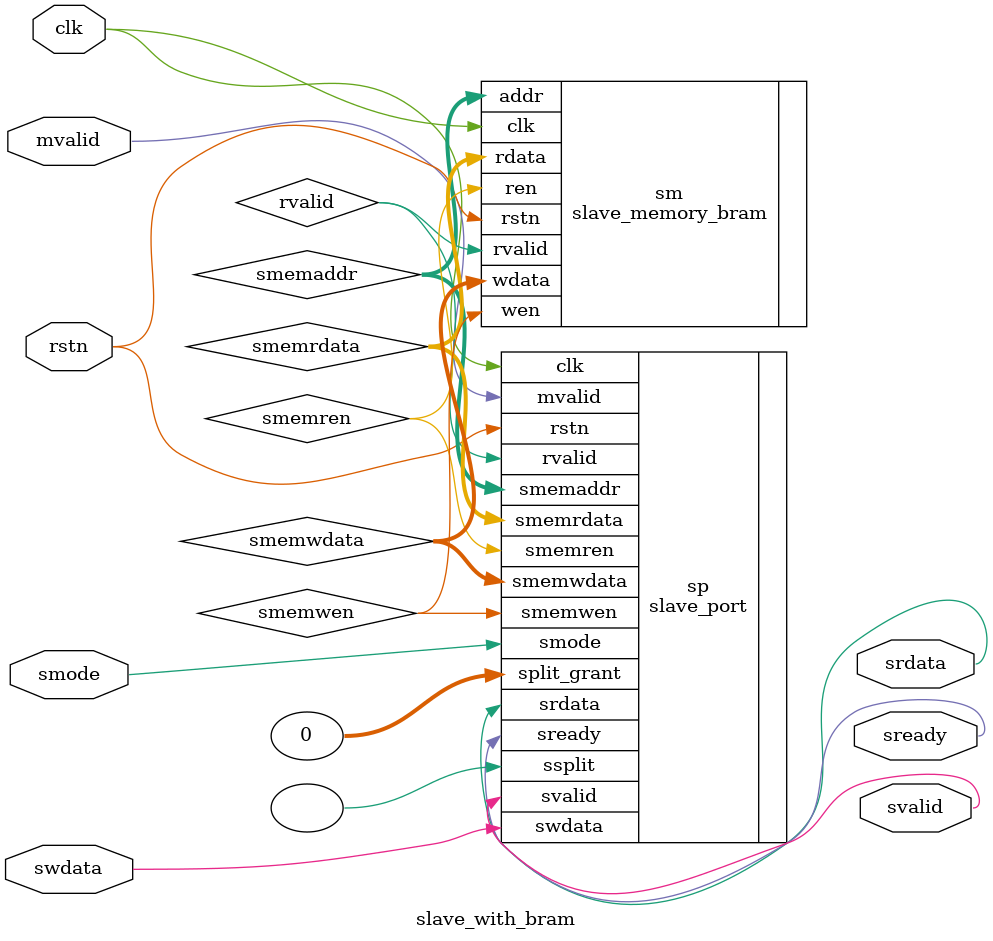
<source format=v>
module slave_with_bram #(parameter ADDR_WIDTH = 12, DATA_WIDTH = 8, MEM_SIZE = 4096)
(
    input clk, rstn,
    // Signals connecting to serial bus
	input swdata,	// write data and address from master
	output srdata,	// read data to the master
	input smode,	// 0 -  read, 1 - write, from master
	input mvalid,	// wdata valid - (recieving data and address from master)
	output svalid,	// rdata valid - (sending data from slave)
    output sready //slave is ready for transaction
);

	wire [DATA_WIDTH-1:0] smemrdata;
	wire smemwen;
    wire smemren; 
	wire [ADDR_WIDTH-1:0] smemaddr; 
	wire [DATA_WIDTH-1:0] smemwdata;
    wire rvalid;

    slave_port #(
        .ADDR_WIDTH(ADDR_WIDTH),
        .DATA_WIDTH(DATA_WIDTH)
    ) sp (
        .clk(clk), 
        .rstn(rstn),
        .smemrdata(smemrdata),
        .smemwen(smemwen), 
        .smemren(smemren),
        .smemaddr(smemaddr), 
        .smemwdata(smemwdata),
        .swdata(swdata),
        .srdata(srdata),
        .smode(smode),
        .mvalid(mvalid),	
        .svalid(svalid),	
        .sready(sready),
        .rvalid(rvalid),
        .ssplit(),
        .split_grant(0)
    );


    slave_memory_bram #(
        .ADDR_WIDTH(ADDR_WIDTH),
        .DATA_WIDTH(DATA_WIDTH),
        .MEM_SIZE(MEM_SIZE)
    ) sm (
        .clk(clk), 
        .rstn(rstn), 
        .wen(smemwen),
        .ren(smemren),
        .addr(smemaddr), 
        .wdata(smemwdata), 
        .rdata(smemrdata),
        .rvalid(rvalid)
    );

endmodule
</source>
